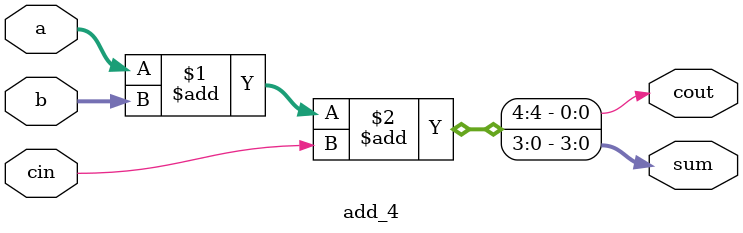
<source format=v>
module add_4
    (
    	input[3:0] a,b,
    	output[3:0] sum,
    	output cout,
    	input cin
    );
    assign{cout,sum} = a+b+cin;
    endmodule



</source>
